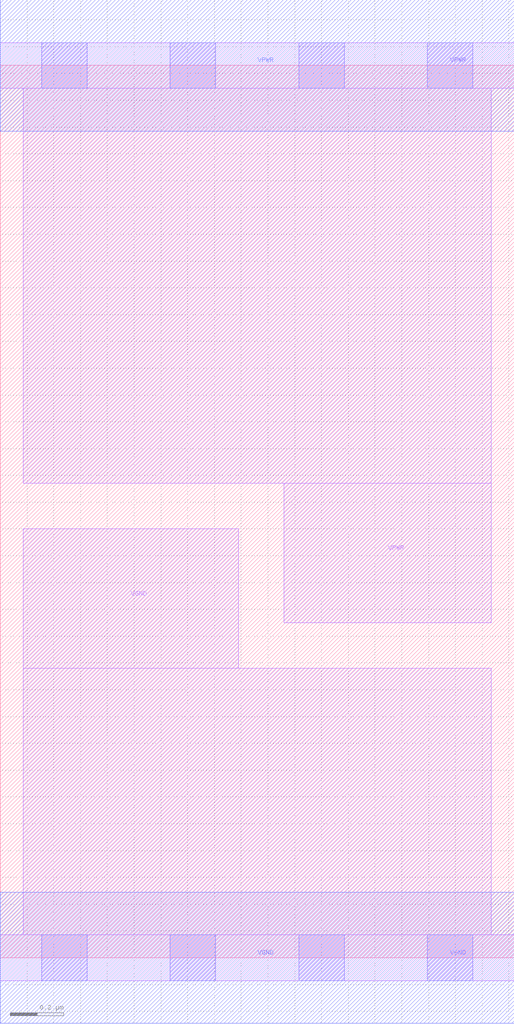
<source format=lef>
# Copyright 2020 The SkyWater PDK Authors
#
# Licensed under the Apache License, Version 2.0 (the "License");
# you may not use this file except in compliance with the License.
# You may obtain a copy of the License at
#
#     https://www.apache.org/licenses/LICENSE-2.0
#
# Unless required by applicable law or agreed to in writing, software
# distributed under the License is distributed on an "AS IS" BASIS,
# WITHOUT WARRANTIES OR CONDITIONS OF ANY KIND, either express or implied.
# See the License for the specific language governing permissions and
# limitations under the License.
#
# SPDX-License-Identifier: Apache-2.0

VERSION 5.7 ;
  NAMESCASESENSITIVE ON ;
  NOWIREEXTENSIONATPIN ON ;
  DIVIDERCHAR "/" ;
  BUSBITCHARS "[]" ;
UNITS
  DATABASE MICRONS 200 ;
END UNITS
MACRO sky130_fd_sc_ls__decaphe_4
  CLASS CORE ;
  SOURCE USER ;
  FOREIGN sky130_fd_sc_ls__decaphe_4 ;
  ORIGIN  0.000000  0.000000 ;
  SIZE  1.920000 BY  3.330000 ;
  SYMMETRY X Y R90 ;
  SITE unit ;
  PIN VGND
    DIRECTION INOUT ;
    SHAPE ABUTMENT ;
    USE GROUND ;
    PORT
      LAYER li1 ;
        RECT 0.000000 -0.085000 1.920000 0.085000 ;
        RECT 0.085000  0.085000 1.835000 1.080000 ;
        RECT 0.085000  1.080000 0.890000 1.600000 ;
      LAYER mcon ;
        RECT 0.155000 -0.085000 0.325000 0.085000 ;
        RECT 0.635000 -0.085000 0.805000 0.085000 ;
        RECT 1.115000 -0.085000 1.285000 0.085000 ;
        RECT 1.595000 -0.085000 1.765000 0.085000 ;
      LAYER met1 ;
        RECT 0.000000 -0.245000 1.920000 0.245000 ;
    END
  END VGND
  PIN VPWR
    DIRECTION INOUT ;
    SHAPE ABUTMENT ;
    USE POWER ;
    PORT
      LAYER li1 ;
        RECT 0.000000 3.245000 1.920000 3.415000 ;
        RECT 0.085000 1.770000 1.835000 3.245000 ;
        RECT 1.060000 1.250000 1.835000 1.770000 ;
      LAYER mcon ;
        RECT 0.155000 3.245000 0.325000 3.415000 ;
        RECT 0.635000 3.245000 0.805000 3.415000 ;
        RECT 1.115000 3.245000 1.285000 3.415000 ;
        RECT 1.595000 3.245000 1.765000 3.415000 ;
      LAYER met1 ;
        RECT 0.000000 3.085000 1.920000 3.575000 ;
    END
  END VPWR
END sky130_fd_sc_ls__decaphe_4

</source>
